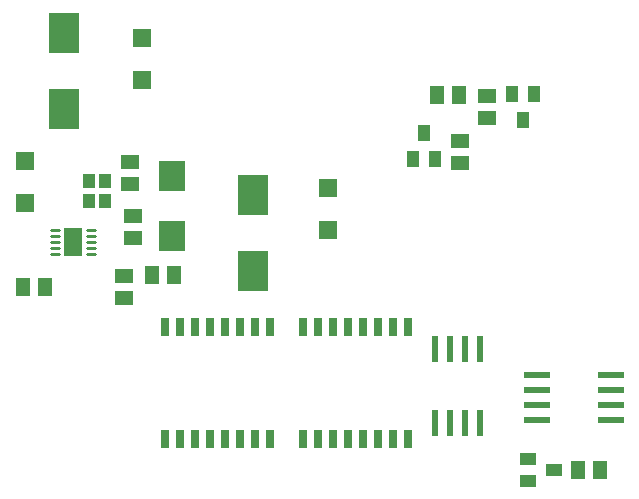
<source format=gbr>
G04 EAGLE Gerber RS-274X export*
G75*
%MOMM*%
%FSLAX34Y34*%
%LPD*%
%INSolderpaste Top*%
%IPPOS*%
%AMOC8*
5,1,8,0,0,1.08239X$1,22.5*%
G01*
%ADD10R,1.500000X1.300000*%
%ADD11R,1.300000X1.500000*%
%ADD12R,1.600000X2.350000*%
%ADD13C,0.250000*%
%ADD14R,2.200000X2.600000*%
%ADD15R,1.000000X1.200000*%
%ADD16R,0.762000X1.524000*%
%ADD17R,0.500000X2.200000*%
%ADD18R,1.000000X1.400000*%
%ADD19R,2.200000X0.500000*%
%ADD20R,1.400000X1.000000*%
%ADD21R,1.500000X1.500000*%
%ADD22R,2.500000X3.500000*%


D10*
X187960Y305460D03*
X187960Y324460D03*
D11*
X222860Y274320D03*
X203860Y274320D03*
D10*
X180340Y273660D03*
X180340Y254660D03*
D11*
X94640Y264160D03*
X113640Y264160D03*
D12*
X137160Y302260D03*
D13*
X125160Y292260D02*
X118660Y292260D01*
X118660Y297260D02*
X125160Y297260D01*
X125160Y302260D02*
X118660Y302260D01*
X118660Y307260D02*
X125160Y307260D01*
X125160Y312260D02*
X118660Y312260D01*
X149160Y312260D02*
X155660Y312260D01*
X155660Y307260D02*
X149160Y307260D01*
X149160Y302260D02*
X155660Y302260D01*
X155660Y297260D02*
X149160Y297260D01*
X149160Y292260D02*
X155660Y292260D01*
D10*
X185420Y351180D03*
X185420Y370180D03*
D14*
X220980Y307740D03*
X220980Y357740D03*
D15*
X150730Y353940D03*
X150730Y336940D03*
X164230Y336940D03*
X164230Y353940D03*
D16*
X303530Y230632D03*
X290830Y230632D03*
X278130Y230632D03*
X265430Y230632D03*
X252730Y230632D03*
X240030Y230632D03*
X227330Y230632D03*
X214630Y230632D03*
X214630Y135128D03*
X227330Y135128D03*
X240030Y135128D03*
X252730Y135128D03*
X265430Y135128D03*
X278130Y135128D03*
X290830Y135128D03*
X303530Y135128D03*
X331470Y135128D03*
X344170Y135128D03*
X356870Y135128D03*
X369570Y135128D03*
X382270Y135128D03*
X394970Y135128D03*
X407670Y135128D03*
X420370Y135128D03*
X420370Y230632D03*
X407670Y230632D03*
X394970Y230632D03*
X382270Y230632D03*
X369570Y230632D03*
X356870Y230632D03*
X344170Y230632D03*
X331470Y230632D03*
D17*
X481330Y211880D03*
X468730Y211880D03*
X456030Y211880D03*
X443330Y211880D03*
X481330Y148800D03*
X468630Y148800D03*
X455930Y148800D03*
X443230Y148800D03*
D18*
X434340Y394540D03*
X443840Y372540D03*
X424840Y372540D03*
D10*
X487680Y407060D03*
X487680Y426060D03*
X464820Y387960D03*
X464820Y368960D03*
D19*
X529800Y189230D03*
X529800Y176630D03*
X529800Y163930D03*
X529800Y151230D03*
X592880Y189230D03*
X592880Y176530D03*
X592880Y163830D03*
X592880Y151130D03*
D20*
X544400Y109220D03*
X522400Y99720D03*
X522400Y118720D03*
D11*
X583540Y109220D03*
X564540Y109220D03*
D21*
X96520Y370560D03*
X96520Y335560D03*
X195580Y474700D03*
X195580Y439700D03*
X353060Y347700D03*
X353060Y312700D03*
D18*
X518160Y405560D03*
X508660Y427560D03*
X527660Y427560D03*
D11*
X445160Y426720D03*
X464160Y426720D03*
D22*
X129540Y414540D03*
X129540Y479540D03*
X289560Y277380D03*
X289560Y342380D03*
M02*

</source>
